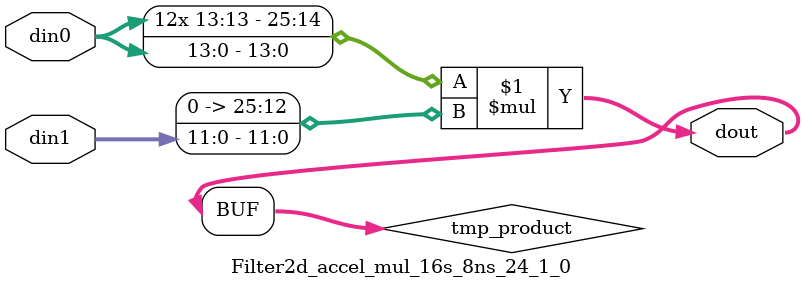
<source format=v>

`timescale 1 ns / 1 ps

  module Filter2d_accel_mul_16s_8ns_24_1_0(din0, din1, dout);
parameter ID = 1;
parameter NUM_STAGE = 0;
parameter din0_WIDTH = 14;
parameter din1_WIDTH = 12;
parameter dout_WIDTH = 26;

input [din0_WIDTH - 1 : 0] din0; 
input [din1_WIDTH - 1 : 0] din1; 
output [dout_WIDTH - 1 : 0] dout;

wire signed [dout_WIDTH - 1 : 0] tmp_product;












assign tmp_product = $signed(din0) * $signed({1'b0, din1});









assign dout = tmp_product;







endmodule

</source>
